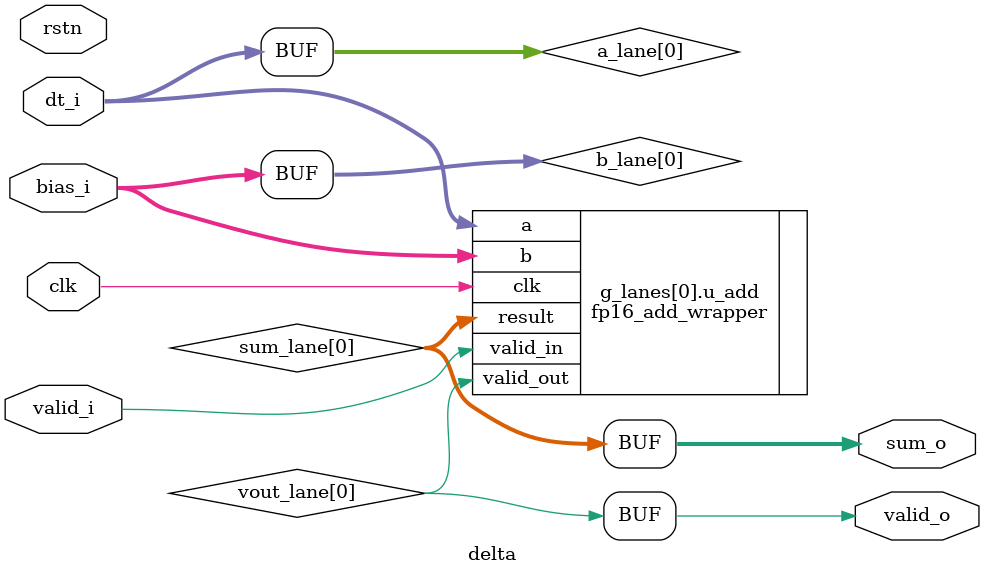
<source format=v>

module delta #(
  parameter integer DW     = 16,
  parameter integer H_TILE = 1,
  parameter integer A_LAT  = 11   // 참고용(현재 모듈 내부에서 별도 사용 X, wrapper가 valid_out 제공)
)(
  input  wire                         clk,
  input  wire                         rstn,
  input  wire                         valid_i,
  input  wire [H_TILE*DW-1:0]         dt_i,    // [lane(H_TILE)-wise][DW]
  input  wire [H_TILE*DW-1:0]         bias_i,  // [lane(H_TILE)-wise][DW]
  output wire [H_TILE*DW-1:0]         sum_o,   // [lane(H_TILE)-wise][DW]
  output wire                         valid_o
);

  // Lane별 신호
  wire [DW-1:0] a_lane   [0:H_TILE-1];
  wire [DW-1:0] b_lane   [0:H_TILE-1];
  wire [DW-1:0] sum_lane [0:H_TILE-1];
  wire          vout_lane[0:H_TILE-1];

  genvar i;
  generate
    for (i = 0; i < H_TILE; i = i + 1) begin : g_lanes
      // 벡터 -> 스칼라 슬라이스 (LSB 쪽이 lane 0)
      assign a_lane[i] = dt_i  [DW*(i+1)-1 -: DW];
      assign b_lane[i] = bias_i[DW*(i+1)-1 -: DW];

      // 각 lane에 스칼라 FP16 가산기 인스턴스
      fp16_add_wrapper u_add (
        .clk       (clk),
        .valid_in  (valid_i),
        .a         (a_lane[i]),
        .b         (b_lane[i]),
        .result    (sum_lane[i]),
        .valid_out (vout_lane[i])
      );

      // 스칼라 -> 벡터 재묶기
      assign sum_o[DW*(i+1)-1 -: DW] = sum_lane[i];
    end
  endgenerate

  // 모든 lane의 valid_out이 동일 타이밍이라고 가정.
  // 안전하게는 AND 묶기(모두 1일 때만 1). wrapper가 동질이면 vout_lane[0]만 써도 무방.
  assign valid_o = vout_lane[0];  // &vout_lane;

  // (옵션) 시뮬레이션에서 valid 동기성 체크
`ifdef SIM
  generate
    if (H_TILE > 1) begin : g_assert
      integer k;
      always @(posedge clk) if (rstn) begin
        for (k = 1; k < H_TILE; k = k + 1) begin
          if (vout_lane[k] !== vout_lane[0]) begin
            $display("[%0t] WARN(delta): lane valid mismatch: lane%0d=%b lane0=%b",
                     $time, k, vout_lane[k], vout_lane[0]);
          end
        end
      end
    end
  endgenerate
`endif

endmodule

</source>
